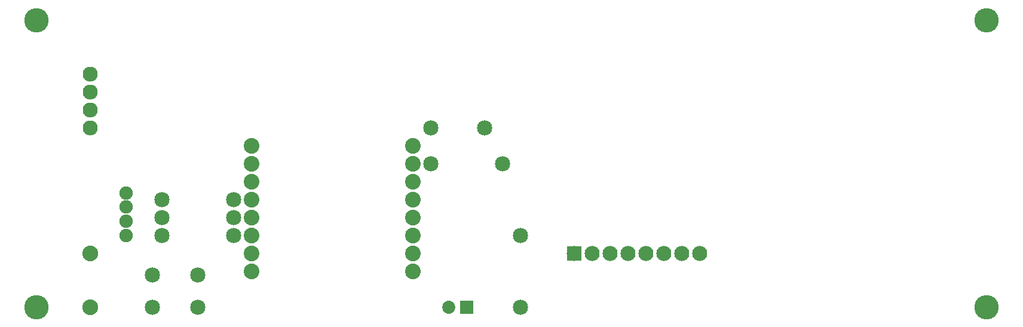
<source format=gts>
G04 MADE WITH FRITZING*
G04 WWW.FRITZING.ORG*
G04 DOUBLE SIDED*
G04 HOLES PLATED*
G04 CONTOUR ON CENTER OF CONTOUR VECTOR*
%ASAXBY*%
%FSLAX23Y23*%
%MOIN*%
%OFA0B0*%
%SFA1.0B1.0*%
%ADD10C,0.087778*%
%ADD11C,0.083889*%
%ADD12C,0.075000*%
%ADD13C,0.085000*%
%ADD14C,0.088000*%
%ADD15C,0.135984*%
%ADD16C,0.084000*%
%ADD17C,0.072992*%
%ADD18R,0.084000X0.084000*%
%ADD19R,0.072992X0.072992*%
%LNMASK1*%
G90*
G70*
G54D10*
X1413Y1080D03*
X1413Y980D03*
X1413Y880D03*
X1413Y780D03*
X1413Y680D03*
X1413Y580D03*
X1413Y480D03*
X1413Y380D03*
X2313Y380D03*
X2313Y480D03*
X2313Y580D03*
X2313Y680D03*
X2313Y780D03*
X2313Y880D03*
X2313Y980D03*
X2313Y1080D03*
G54D11*
X513Y1180D03*
X513Y1280D03*
X513Y1380D03*
X513Y1480D03*
G54D12*
X713Y580D03*
X713Y658D03*
X713Y737D03*
X713Y816D03*
G54D13*
X2413Y1180D03*
X2713Y1180D03*
X1113Y180D03*
X858Y180D03*
X1113Y357D03*
X858Y357D03*
G54D14*
X513Y480D03*
G54D13*
X913Y580D03*
X1313Y580D03*
X913Y680D03*
X1313Y680D03*
X913Y780D03*
X1313Y780D03*
X2413Y980D03*
X2813Y980D03*
G54D15*
X5513Y180D03*
X5513Y1780D03*
X213Y1780D03*
X213Y180D03*
G54D14*
X513Y180D03*
G54D16*
X3213Y480D03*
X3313Y480D03*
X3413Y480D03*
X3513Y480D03*
X3613Y480D03*
X3713Y480D03*
X3813Y480D03*
X3913Y480D03*
G54D17*
X2612Y180D03*
X2513Y180D03*
G54D13*
X2913Y580D03*
X2913Y180D03*
G54D18*
X3213Y480D03*
G54D19*
X2612Y180D03*
G04 End of Mask1*
M02*
</source>
